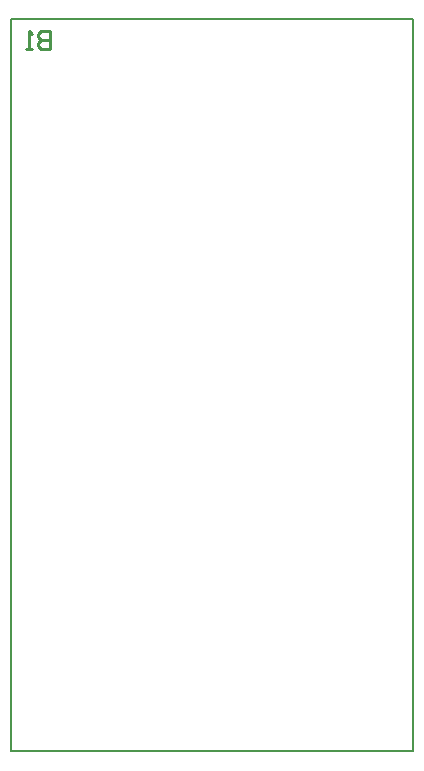
<source format=gbo>
G04*
G04 #@! TF.GenerationSoftware,Altium Limited,Altium Designer,19.1.8 (144)*
G04*
G04 Layer_Color=32896*
%FSLAX25Y25*%
%MOIN*%
G70*
G01*
G75*
%ADD10C,0.01000*%
%ADD21C,0.00800*%
D10*
X112992Y340644D02*
Y334646D01*
X109993D01*
X108993Y335645D01*
Y336645D01*
X109993Y337645D01*
X112992D01*
X109993D01*
X108993Y338644D01*
Y339644D01*
X109993Y340644D01*
X112992D01*
X106994Y334646D02*
X104995D01*
X105994D01*
Y340644D01*
X106994Y339644D01*
D21*
X233858Y100394D02*
Y344488D01*
X100000D02*
X233858D01*
X205512Y100394D02*
X230709D01*
X100000D02*
Y344488D01*
X230709Y100394D02*
X233858D01*
X100000D02*
X205512D01*
M02*

</source>
